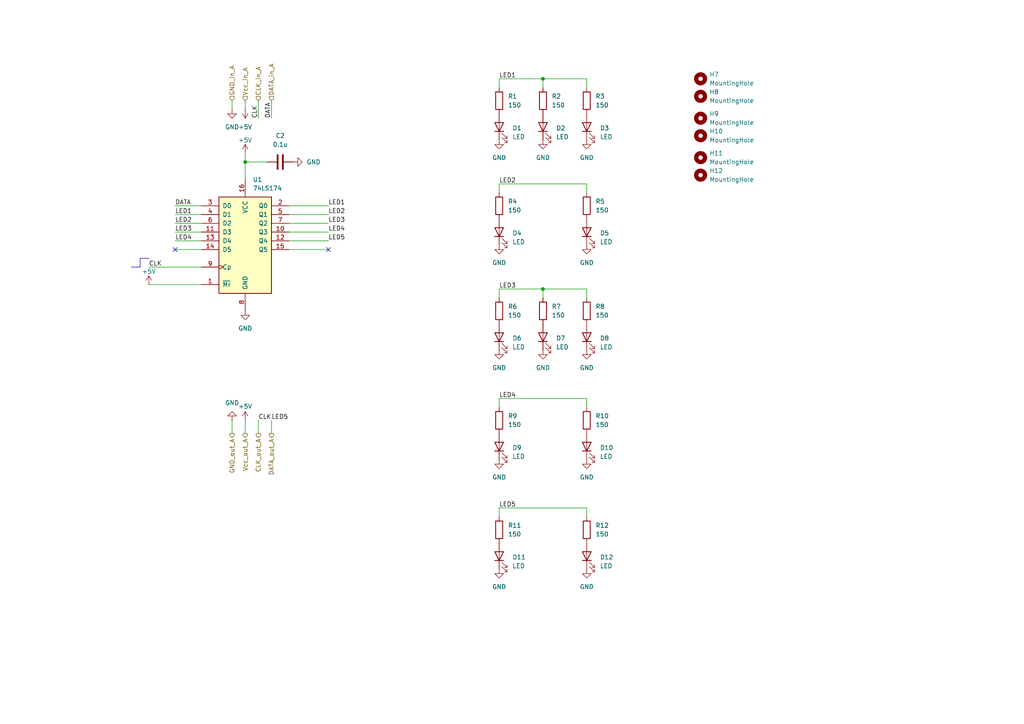
<source format=kicad_sch>
(kicad_sch (version 20231120) (generator "eeschema") (generator_version "8.0")
  (paper "A4")
  (lib_symbols
    (symbol "74xx:74LS174" (pin_names (offset 1.016))
      (property "Reference" "U" (at -7.62 13.97 0))
      (property "Value" "74LS174" (at -7.62 -16.51 0))
      (symbol "74LS174_1_0"
        (pin input line (at -12.7 -12.7 0) (length 5.08) (name "~{Mr}") (number "1"))
        (pin output line (at 12.7 2.54 180) (length 5.08) (name "Q3") (number "10"))
        (pin input line (at -12.7 2.54 0) (length 5.08) (name "D3") (number "11"))
        (pin output line (at 12.7 0 180) (length 5.08) (name "Q4") (number "12"))
        (pin input line (at -12.7 0 0) (length 5.08) (name "D4") (number "13"))
        (pin input line (at -12.7 -2.54 0) (length 5.08) (name "D5") (number "14"))
        (pin output line (at 12.7 -2.54 180) (length 5.08) (name "Q5") (number "15"))
        (pin power_in line (at 0 17.78 270) (length 5.08) (name "VCC") (number "16"))
        (pin output line (at 12.7 10.16 180) (length 5.08) (name "Q0") (number "2"))
        (pin input line (at -12.7 10.16 0) (length 5.08) (name "D0") (number "3"))
        (pin input line (at -12.7 7.62 0) (length 5.08) (name "D1") (number "4"))
        (pin output line (at 12.7 7.62 180) (length 5.08) (name "Q1") (number "5"))
        (pin input line (at -12.7 5.08 0) (length 5.08) (name "D2") (number "6"))
        (pin output line (at 12.7 5.08 180) (length 5.08) (name "Q2") (number "7"))
        (pin power_in line (at 0 -20.32 90) (length 5.08) (name "GND") (number "8"))
        (pin input clock (at -12.7 -7.62 0) (length 5.08) (name "Cp") (number "9"))
      )
      (symbol "74LS174_1_1"
        (rectangle (start -7.62 12.7) (end 7.62 -15.24) (stroke (width 0.254)) (fill (type background)))
      )
    )
    (symbol "Device:C" (pin_numbers hide) (pin_names (offset 0.254))
      (property "Reference" "C" (at 0.635 2.54 0))
      (property "Value" "C" (at 0.635 -2.54 0))
      (symbol "C_0_1"
        (polyline (pts (xy -2.032 -0.762) (xy 2.032 -0.762)) (stroke (width 0.508)))
        (polyline (pts (xy -2.032 0.762) (xy 2.032 0.762)) (stroke (width 0.508)))
      )
      (symbol "C_1_1"
        (pin passive line (at 0 3.81 270) (length 2.794) (name "~") (number "1"))
        (pin passive line (at 0 -3.81 90) (length 2.794) (name "~") (number "2"))
      )
    )
    (symbol "Device:LED" (pin_numbers hide) (pin_names (offset 1.016) hide)
      (property "Reference" "D" (at 0 2.54 0))
      (property "Value" "LED" (at 0 -2.54 0))
      (symbol "LED_0_1"
        (polyline (pts (xy -1.27 -1.27) (xy -1.27 1.27)) (stroke (width 0.254)))
        (polyline (pts (xy -1.27 0) (xy 1.27 0)))
        (polyline (pts (xy 1.27 -1.27) (xy 1.27 1.27) (xy -1.27 0) (xy 1.27 -1.27)) (stroke (width 0.254)))
        (polyline (pts (xy -3.048 -0.762) (xy -4.572 -2.286) (xy -3.81 -2.286) (xy -4.572 -2.286) (xy -4.572 -1.524)))
        (polyline (pts (xy -1.778 -0.762) (xy -3.302 -2.286) (xy -2.54 -2.286) (xy -3.302 -2.286) (xy -3.302 -1.524)))
      )
      (symbol "LED_1_1"
        (pin passive line (at -3.81 0 0) (length 2.54) (name "K") (number "1"))
        (pin passive line (at 3.81 0 180) (length 2.54) (name "A") (number "2"))
      )
    )
    (symbol "Device:R" (pin_numbers hide) (pin_names (offset 0))
      (property "Reference" "R" (at 2.032 0 90))
      (property "Value" "R" (at 0 0 90))
      (symbol "R_0_1"
        (rectangle (start -1.016 -2.54) (end 1.016 2.54) (stroke (width 0.254)))
      )
      (symbol "R_1_1"
        (pin passive line (at 0 3.81 270) (length 1.27) (name "~") (number "1"))
        (pin passive line (at 0 -3.81 90) (length 1.27) (name "~") (number "2"))
      )
    )
    (symbol "Mechanical:MountingHole" (pin_names (offset 1.016)) (exclude_from_sim yes) (in_bom no)
      (property "Reference" "H" (at 0 5.08 0))
      (property "Value" "MountingHole" (at 0 3.175 0))
      (symbol "MountingHole_0_1"
        (circle (center 0 0) (radius 1.27) (stroke (width 1.27)))
      )
    )
    (symbol "power:+5V" (power) (pin_numbers hide) (pin_names (offset 0) hide)
      (property "Value" "+5V" (at 0 3.556 0))
      (symbol "+5V_0_1"
        (polyline (pts (xy -0.762 1.27) (xy 0 2.54)))
        (polyline (pts (xy 0 0) (xy 0 2.54)))
        (polyline (pts (xy 0 2.54) (xy 0.762 1.27)))
      )
      (symbol "+5V_1_1"
        (pin power_in line (at 0 0 90) (length 0) (name "~") (number "1"))
      )
    )
    (symbol "power:GND" (power) (pin_numbers hide) (pin_names (offset 0) hide)
      (property "Value" "GND" (at 0 -3.81 0))
      (symbol "GND_0_1"
        (polyline (pts (xy 0 0) (xy 0 -1.27) (xy 1.27 -1.27) (xy 0 -2.54) (xy -1.27 -1.27) (xy 0 -1.27)))
      )
      (symbol "GND_1_1"
        (pin power_in line (at 0 0 270) (length 0) (name "~") (number "1"))
      )
    )
  )
  (junction (at 157.48 22.86))
  (junction (at 71.12 46.99))
  (junction (at 157.48 83.82))
  (no_connect (at 50.8 72.39))
  (no_connect (at 95.25 72.39))
  (wire (pts (xy 67.31 121.92) (xy 67.31 125.73)))
  (wire (pts (xy 50.8 72.39) (xy 58.42 72.39)))
  (wire (pts (xy 50.8 69.85) (xy 58.42 69.85)))
  (wire (pts (xy 78.74 29.21) (xy 78.74 34.29)))
  (wire (pts (xy 144.78 147.32) (xy 170.18 147.32)))
  (wire (pts (xy 83.82 67.31) (xy 95.25 67.31)))
  (wire (pts (xy 67.31 29.21) (xy 67.31 31.75)))
  (wire (pts (xy 74.93 29.21) (xy 74.93 34.29)))
  (wire (pts (xy 43.18 82.55) (xy 58.42 82.55)))
  (wire (pts (xy 50.8 59.69) (xy 58.42 59.69)))
  (polyline (pts (xy 40.64 77.47) (xy 40.64 74.93)))
  (wire (pts (xy 144.78 22.86) (xy 157.48 22.86)))
  (wire (pts (xy 83.82 69.85) (xy 95.25 69.85)))
  (wire (pts (xy 144.78 53.34) (xy 170.18 53.34)))
  (wire (pts (xy 50.8 67.31) (xy 58.42 67.31)))
  (polyline (pts (xy 40.64 74.93) (xy 43.18 74.93)))
  (polyline (pts (xy 38.1 77.47) (xy 40.64 77.47)))
  (wire (pts (xy 74.93 121.92) (xy 74.93 125.73)))
  (wire (pts (xy 170.18 53.34) (xy 170.18 55.88)))
  (wire (pts (xy 157.48 22.86) (xy 157.48 25.4)))
  (wire (pts (xy 144.78 115.57) (xy 170.18 115.57)))
  (wire (pts (xy 71.12 29.21) (xy 71.12 31.75)))
  (wire (pts (xy 144.78 115.57) (xy 144.78 118.11)))
  (wire (pts (xy 71.12 44.45) (xy 71.12 46.99)))
  (wire (pts (xy 170.18 83.82) (xy 170.18 86.36)))
  (wire (pts (xy 50.8 64.77) (xy 58.42 64.77)))
  (wire (pts (xy 77.47 46.99) (xy 71.12 46.99)))
  (wire (pts (xy 78.74 121.92) (xy 78.74 125.73)))
  (wire (pts (xy 83.82 59.69) (xy 95.25 59.69)))
  (wire (pts (xy 71.12 121.92) (xy 71.12 125.73)))
  (wire (pts (xy 157.48 83.82) (xy 157.48 86.36)))
  (wire (pts (xy 83.82 72.39) (xy 95.25 72.39)))
  (wire (pts (xy 43.18 77.47) (xy 58.42 77.47)))
  (wire (pts (xy 83.82 62.23) (xy 95.25 62.23)))
  (wire (pts (xy 170.18 147.32) (xy 170.18 149.86)))
  (wire (pts (xy 157.48 22.86) (xy 170.18 22.86)))
  (wire (pts (xy 144.78 83.82) (xy 144.78 86.36)))
  (wire (pts (xy 71.12 46.99) (xy 71.12 52.07)))
  (wire (pts (xy 83.82 64.77) (xy 95.25 64.77)))
  (wire (pts (xy 144.78 22.86) (xy 144.78 25.4)))
  (wire (pts (xy 170.18 115.57) (xy 170.18 118.11)))
  (wire (pts (xy 170.18 22.86) (xy 170.18 25.4)))
  (wire (pts (xy 50.8 62.23) (xy 58.42 62.23)))
  (wire (pts (xy 144.78 83.82) (xy 157.48 83.82)))
  (wire (pts (xy 144.78 53.34) (xy 144.78 55.88)))
  (wire (pts (xy 157.48 83.82) (xy 170.18 83.82)))
  (wire (pts (xy 144.78 147.32) (xy 144.78 149.86)))
  (label "LED3" (at 95.25 64.77 0))
  (label "LED1" (at 144.78 22.86 0))
  (label "LED5" (at 95.25 69.85 0))
  (label "LED1" (at 50.8 62.23 0))
  (label "DATA" (at 78.74 34.29 90))
  (label "CLK" (at 74.93 121.92 0))
  (label "LED2" (at 50.8 64.77 0))
  (label "LED4" (at 50.8 69.85 0))
  (label "LED2" (at 95.25 62.23 0))
  (label "CLK" (at 43.18 77.47 0))
  (label "LED4" (at 144.78 115.57 0))
  (label "LED2" (at 144.78 53.34 0))
  (label "LED5" (at 78.74 121.92 0))
  (label "LED3" (at 144.78 83.82 0))
  (label "LED1" (at 95.25 59.69 0))
  (label "LED5" (at 144.78 147.32 0))
  (label "DATA" (at 50.8 59.69 0))
  (label "LED3" (at 50.8 67.31 0))
  (label "CLK" (at 74.93 34.29 90))
  (label "LED4" (at 95.25 67.31 0))
  (hierarchical_label "GND_out_A" (shape output) (at 67.31 125.73 270))
  (hierarchical_label "DATA_in_A" (shape input) (at 78.74 29.21 90))
  (hierarchical_label "DATA_out_A" (shape output) (at 78.74 125.73 270))
  (hierarchical_label "Vcc_out_A" (shape output) (at 71.12 125.73 270))
  (hierarchical_label "CLK_in_A" (shape input) (at 74.93 29.21 90))
  (hierarchical_label "CLK_out_A" (shape output) (at 74.93 125.73 270))
  (hierarchical_label "GND_in_A" (shape input) (at 67.31 29.21 90))
  (hierarchical_label "Vcc_in_A" (shape input) (at 71.12 29.21 90))
  (symbol (lib_id "power:GND") (at 144.78 40.64 0) (unit 1)
    (property "Reference" "#PWR011" (effects (hide yes)))
    (property "Value" "GND" (at 144.78 45.72 0))
    (property "Description" "Power symbol creates a global label with name \"GND\" , ground" (effects (hide yes)))
  )
  (symbol (lib_id "power:GND") (at 67.31 121.92 180) (unit 1)
    (property "Reference" "#PWR010" (effects (hide yes)))
    (property "Value" "GND" (at 67.31 116.84 0))
    (property "Description" "Power symbol creates a global label with name \"GND\" , ground" (effects (hide yes)))
  )
  (symbol (lib_id "power:GND") (at 144.78 133.35 0) (unit 1)
    (property "Reference" "#PWR019" (effects (hide yes)))
    (property "Value" "GND" (at 144.78 138.43 0))
    (property "Description" "Power symbol creates a global label with name \"GND\" , ground" (effects (hide yes)))
  )
  (symbol (lib_id "power:GND") (at 144.78 71.12 0) (unit 1)
    (property "Reference" "#PWR014" (effects (hide yes)))
    (property "Value" "GND" (at 144.78 76.2 0))
    (property "Description" "Power symbol creates a global label with name \"GND\" , ground" (effects (hide yes)))
  )
  (symbol (lib_id "Device:R") (at 170.18 59.69 0) (unit 1)
    (property "Reference" "R5" (at 172.72 58.4199 0) (effects (justify left)))
    (property "Value" "150" (at 172.72 60.9599 0) (effects (justify left)))
    (property "Footprint" "Resistor_SMD:R_0603_1608Metric" (effects (hide yes)))
    (property "Description" "Resistor" (effects (hide yes)))
  )
  (symbol (lib_id "Device:R") (at 144.78 29.21 0) (unit 1)
    (property "Reference" "R1" (at 147.32 27.9399 0) (effects (justify left)))
    (property "Value" "150" (at 147.32 30.4799 0) (effects (justify left)))
    (property "Footprint" "Resistor_SMD:R_0603_1608Metric" (effects (hide yes)))
    (property "Description" "Resistor" (effects (hide yes)))
  )
  (symbol (lib_id "Mechanical:MountingHole") (at 203.2 50.8 0) (unit 1) (exclude_from_sim yes) (in_bom no)
    (property "Reference" "H12" (at 205.74 49.5299 0) (effects (justify left)))
    (property "Value" "MountingHole" (at 205.74 52.0699 0) (effects (justify left)))
    (property "Footprint" "MountingHole:MountingHole_5.3mm_M5_DIN965_Pad" (effects (hide yes)))
    (property "Description" "Mounting Hole without connection" (effects (hide yes)))
  )
  (symbol (lib_id "Device:LED") (at 144.78 36.83 90) (unit 1)
    (property "Reference" "D1" (at 148.59 37.1474 90) (effects (justify right)))
    (property "Value" "LED" (at 148.59 39.6874 90) (effects (justify right)))
    (property "Footprint" "LED_THT:LED_D5.0mm" (effects (hide yes)))
    (property "Description" "Light emitting diode" (effects (hide yes)))
  )
  (symbol (lib_id "power:GND") (at 170.18 40.64 0) (unit 1)
    (property "Reference" "#PWR013" (effects (hide yes)))
    (property "Value" "GND" (at 170.18 45.72 0))
    (property "Description" "Power symbol creates a global label with name \"GND\" , ground" (effects (hide yes)))
  )
  (symbol (lib_id "Device:LED") (at 170.18 97.79 90) (unit 1)
    (property "Reference" "D8" (at 173.99 98.1074 90) (effects (justify right)))
    (property "Value" "LED" (at 173.99 100.6474 90) (effects (justify right)))
    (property "Footprint" "LED_THT:LED_D5.0mm" (effects (hide yes)))
    (property "Description" "Light emitting diode" (effects (hide yes)))
  )
  (symbol (lib_id "power:GND") (at 170.18 101.6 0) (unit 1)
    (property "Reference" "#PWR018" (effects (hide yes)))
    (property "Value" "GND" (at 170.18 106.68 0))
    (property "Description" "Power symbol creates a global label with name \"GND\" , ground" (effects (hide yes)))
  )
  (symbol (lib_id "Device:R") (at 170.18 29.21 0) (unit 1)
    (property "Reference" "R3" (at 172.72 27.9399 0) (effects (justify left)))
    (property "Value" "150" (at 172.72 30.4799 0) (effects (justify left)))
    (property "Footprint" "Resistor_SMD:R_0603_1608Metric" (effects (hide yes)))
    (property "Description" "Resistor" (effects (hide yes)))
  )
  (symbol (lib_id "power:GND") (at 144.78 165.1 0) (unit 1)
    (property "Reference" "#PWR021" (effects (hide yes)))
    (property "Value" "GND" (at 144.78 170.18 0))
    (property "Description" "Power symbol creates a global label with name \"GND\" , ground" (effects (hide yes)))
  )
  (symbol (lib_id "Device:R") (at 144.78 59.69 0) (unit 1)
    (property "Reference" "R4" (at 147.32 58.4199 0) (effects (justify left)))
    (property "Value" "150" (at 147.32 60.9599 0) (effects (justify left)))
    (property "Footprint" "Resistor_SMD:R_0603_1608Metric" (effects (hide yes)))
    (property "Description" "Resistor" (effects (hide yes)))
  )
  (symbol (lib_id "power:GND") (at 67.31 31.75 0) (unit 1)
    (property "Reference" "#PWR02" (effects (hide yes)))
    (property "Value" "GND" (at 67.31 36.83 0))
    (property "Description" "Power symbol creates a global label with name \"GND\" , ground" (effects (hide yes)))
  )
  (symbol (lib_id "Mechanical:MountingHole") (at 203.2 39.37 0) (unit 1) (exclude_from_sim yes) (in_bom no)
    (property "Reference" "H10" (at 205.74 38.0999 0) (effects (justify left)))
    (property "Value" "MountingHole" (at 205.74 40.6399 0) (effects (justify left)))
    (property "Footprint" "MountingHole:MountingHole_5.3mm_M5_DIN965_Pad" (effects (hide yes)))
    (property "Description" "Mounting Hole without connection" (effects (hide yes)))
  )
  (symbol (lib_id "Device:R") (at 170.18 121.92 0) (unit 1)
    (property "Reference" "R10" (at 172.72 120.6499 0) (effects (justify left)))
    (property "Value" "150" (at 172.72 123.1899 0) (effects (justify left)))
    (property "Footprint" "Resistor_SMD:R_0603_1608Metric" (effects (hide yes)))
    (property "Description" "Resistor" (effects (hide yes)))
  )
  (symbol (lib_id "Mechanical:MountingHole") (at 203.2 27.94 0) (unit 1) (exclude_from_sim yes) (in_bom no)
    (property "Reference" "H8" (at 205.74 26.6699 0) (effects (justify left)))
    (property "Value" "MountingHole" (at 205.74 29.2099 0) (effects (justify left)))
    (property "Footprint" "MountingHole:MountingHole_5.3mm_M5_DIN965_Pad" (effects (hide yes)))
    (property "Description" "Mounting Hole without connection" (effects (hide yes)))
  )
  (symbol (lib_id "Device:LED") (at 144.78 161.29 90) (unit 1)
    (property "Reference" "D11" (at 148.59 161.6074 90) (effects (justify right)))
    (property "Value" "LED" (at 148.59 164.1474 90) (effects (justify right)))
    (property "Footprint" "LED_THT:LED_D5.0mm" (effects (hide yes)))
    (property "Description" "Light emitting diode" (effects (hide yes)))
  )
  (symbol (lib_id "Device:R") (at 144.78 153.67 0) (unit 1)
    (property "Reference" "R11" (at 147.32 152.3999 0) (effects (justify left)))
    (property "Value" "150" (at 147.32 154.9399 0) (effects (justify left)))
    (property "Footprint" "Resistor_SMD:R_0603_1608Metric" (effects (hide yes)))
    (property "Description" "Resistor" (effects (hide yes)))
  )
  (symbol (lib_id "Device:C") (at 81.28 46.99 90) (unit 1)
    (property "Reference" "C2" (at 81.28 39.37 90))
    (property "Value" "0.1u" (at 81.28 41.91 90))
    (property "Footprint" "Capacitor_SMD:C_0603_1608Metric" (effects (hide yes)))
    (property "Description" "Unpolarized capacitor" (effects (hide yes)))
  )
  (symbol (lib_id "Device:LED") (at 157.48 97.79 90) (unit 1)
    (property "Reference" "D7" (at 161.29 98.1074 90) (effects (justify right)))
    (property "Value" "LED" (at 161.29 100.6474 90) (effects (justify right)))
    (property "Footprint" "LED_THT:LED_D5.0mm" (effects (hide yes)))
    (property "Description" "Light emitting diode" (effects (hide yes)))
  )
  (symbol (lib_id "Mechanical:MountingHole") (at 203.2 22.86 0) (unit 1) (exclude_from_sim yes) (in_bom no)
    (property "Reference" "H7" (at 205.74 21.5899 0) (effects (justify left)))
    (property "Value" "MountingHole" (at 205.74 24.1299 0) (effects (justify left)))
    (property "Footprint" "MountingHole:MountingHole_5.3mm_M5_DIN965_Pad" (effects (hide yes)))
    (property "Description" "Mounting Hole without connection" (effects (hide yes)))
  )
  (symbol (lib_id "Device:R") (at 157.48 29.21 0) (unit 1)
    (property "Reference" "R2" (at 160.02 27.9399 0) (effects (justify left)))
    (property "Value" "150" (at 160.02 30.4799 0) (effects (justify left)))
    (property "Footprint" "Resistor_SMD:R_0603_1608Metric" (effects (hide yes)))
    (property "Description" "Resistor" (effects (hide yes)))
  )
  (symbol (lib_id "Device:R") (at 144.78 90.17 0) (unit 1)
    (property "Reference" "R6" (at 147.32 88.8999 0) (effects (justify left)))
    (property "Value" "150" (at 147.32 91.4399 0) (effects (justify left)))
    (property "Footprint" "Resistor_SMD:R_0603_1608Metric" (effects (hide yes)))
    (property "Description" "Resistor" (effects (hide yes)))
  )
  (symbol (lib_id "power:+5V") (at 71.12 31.75 180) (unit 1)
    (property "Reference" "#PWR01" (effects (hide yes)))
    (property "Value" "+5V" (at 71.12 36.83 0))
    (property "Description" "Power symbol creates a global label with name \"+5V\"" (effects (hide yes)))
  )
  (symbol (lib_id "Device:LED") (at 144.78 97.79 90) (unit 1)
    (property "Reference" "D6" (at 148.59 98.1074 90) (effects (justify right)))
    (property "Value" "LED" (at 148.59 100.6474 90) (effects (justify right)))
    (property "Footprint" "LED_THT:LED_D5.0mm" (effects (hide yes)))
    (property "Description" "Light emitting diode" (effects (hide yes)))
  )
  (symbol (lib_id "Mechanical:MountingHole") (at 203.2 34.29 0) (unit 1) (exclude_from_sim yes) (in_bom no)
    (property "Reference" "H9" (at 205.74 33.0199 0) (effects (justify left)))
    (property "Value" "MountingHole" (at 205.74 35.5599 0) (effects (justify left)))
    (property "Footprint" "MountingHole:MountingHole_5.3mm_M5_DIN965_Pad" (effects (hide yes)))
    (property "Description" "Mounting Hole without connection" (effects (hide yes)))
  )
  (symbol (lib_id "power:GND") (at 144.78 101.6 0) (unit 1)
    (property "Reference" "#PWR016" (effects (hide yes)))
    (property "Value" "GND" (at 144.78 106.68 0))
    (property "Description" "Power symbol creates a global label with name \"GND\" , ground" (effects (hide yes)))
  )
  (symbol (lib_id "Device:LED") (at 170.18 67.31 90) (unit 1)
    (property "Reference" "D5" (at 173.99 67.6274 90) (effects (justify right)))
    (property "Value" "LED" (at 173.99 70.1674 90) (effects (justify right)))
    (property "Footprint" "LED_THT:LED_D5.0mm" (effects (hide yes)))
    (property "Description" "Light emitting diode" (effects (hide yes)))
  )
  (symbol (lib_id "Device:LED") (at 144.78 67.31 90) (unit 1)
    (property "Reference" "D4" (at 148.59 67.6274 90) (effects (justify right)))
    (property "Value" "LED" (at 148.59 70.1674 90) (effects (justify right)))
    (property "Footprint" "LED_THT:LED_D5.0mm" (effects (hide yes)))
    (property "Description" "Light emitting diode" (effects (hide yes)))
  )
  (symbol (lib_id "power:GND") (at 170.18 71.12 0) (unit 1)
    (property "Reference" "#PWR015" (effects (hide yes)))
    (property "Value" "GND" (at 170.18 76.2 0))
    (property "Description" "Power symbol creates a global label with name \"GND\" , ground" (effects (hide yes)))
  )
  (symbol (lib_id "power:GND") (at 71.12 90.17 0) (unit 1)
    (property "Reference" "#PWR05" (effects (hide yes)))
    (property "Value" "GND" (at 71.12 95.25 0))
    (property "Description" "Power symbol creates a global label with name \"GND\" , ground" (effects (hide yes)))
  )
  (symbol (lib_id "74xx:74LS174") (at 71.12 69.85 0) (unit 1)
    (property "Reference" "U1" (at 73.3141 52.07 0) (effects (justify left)))
    (property "Value" "74LS174" (at 73.3141 54.61 0) (effects (justify left)))
    (property "Footprint" "Package_DIP:DIP-16_W7.62mm" (effects (hide yes)))
    (property "Datasheet" "http://www.ti.com/lit/gpn/sn74LS174" (effects (hide yes)))
    (property "Description" "Hex D-type Flip-Flop, reset" (effects (hide yes)))
  )
  (symbol (lib_id "Device:LED") (at 170.18 129.54 90) (unit 1)
    (property "Reference" "D10" (at 173.99 129.8574 90) (effects (justify right)))
    (property "Value" "LED" (at 173.99 132.3974 90) (effects (justify right)))
    (property "Footprint" "LED_THT:LED_D5.0mm" (effects (hide yes)))
    (property "Description" "Light emitting diode" (effects (hide yes)))
  )
  (symbol (lib_id "power:GND") (at 85.09 46.99 90) (unit 1)
    (property "Reference" "#PWR068" (effects (hide yes)))
    (property "Value" "GND" (at 88.9 46.9899 90) (effects (justify right)))
    (property "Description" "Power symbol creates a global label with name \"GND\" , ground" (effects (hide yes)))
  )
  (symbol (lib_id "Device:R") (at 170.18 153.67 0) (unit 1)
    (property "Reference" "R12" (at 172.72 152.3999 0) (effects (justify left)))
    (property "Value" "150" (at 172.72 154.9399 0) (effects (justify left)))
    (property "Footprint" "Resistor_SMD:R_0603_1608Metric" (effects (hide yes)))
    (property "Description" "Resistor" (effects (hide yes)))
  )
  (symbol (lib_id "power:+5V") (at 43.18 82.55 0) (unit 1)
    (property "Reference" "#PWR03" (effects (hide yes)))
    (property "Value" "+5V" (at 43.18 78.74 0))
    (property "Description" "Power symbol creates a global label with name \"+5V\"" (effects (hide yes)))
  )
  (symbol (lib_id "Mechanical:MountingHole") (at 203.2 45.72 0) (unit 1) (exclude_from_sim yes) (in_bom no)
    (property "Reference" "H11" (at 205.74 44.4499 0) (effects (justify left)))
    (property "Value" "MountingHole" (at 205.74 46.9899 0) (effects (justify left)))
    (property "Footprint" "MountingHole:MountingHole_5.3mm_M5_DIN965_Pad" (effects (hide yes)))
    (property "Description" "Mounting Hole without connection" (effects (hide yes)))
  )
  (symbol (lib_id "power:GND") (at 157.48 101.6 0) (unit 1)
    (property "Reference" "#PWR017" (effects (hide yes)))
    (property "Value" "GND" (at 157.48 106.68 0))
    (property "Description" "Power symbol creates a global label with name \"GND\" , ground" (effects (hide yes)))
  )
  (symbol (lib_id "Device:LED") (at 170.18 161.29 90) (unit 1)
    (property "Reference" "D12" (at 173.99 161.6074 90) (effects (justify right)))
    (property "Value" "LED" (at 173.99 164.1474 90) (effects (justify right)))
    (property "Footprint" "LED_THT:LED_D5.0mm" (effects (hide yes)))
    (property "Description" "Light emitting diode" (effects (hide yes)))
  )
  (symbol (lib_id "power:+5V") (at 71.12 121.92 0) (unit 1)
    (property "Reference" "#PWR09" (effects (hide yes)))
    (property "Value" "+5V" (at 71.12 117.856 0))
    (property "Description" "Power symbol creates a global label with name \"+5V\"" (effects (hide yes)))
  )
  (symbol (lib_id "power:GND") (at 157.48 40.64 0) (unit 1)
    (property "Reference" "#PWR012" (effects (hide yes)))
    (property "Value" "GND" (at 157.48 45.72 0))
    (property "Description" "Power symbol creates a global label with name \"GND\" , ground" (effects (hide yes)))
  )
  (symbol (lib_id "power:GND") (at 170.18 133.35 0) (unit 1)
    (property "Reference" "#PWR020" (effects (hide yes)))
    (property "Value" "GND" (at 170.18 138.43 0))
    (property "Description" "Power symbol creates a global label with name \"GND\" , ground" (effects (hide yes)))
  )
  (symbol (lib_id "Device:LED") (at 157.48 36.83 90) (unit 1)
    (property "Reference" "D2" (at 161.29 37.1474 90) (effects (justify right)))
    (property "Value" "LED" (at 161.29 39.6874 90) (effects (justify right)))
    (property "Footprint" "LED_THT:LED_D5.0mm" (effects (hide yes)))
    (property "Description" "Light emitting diode" (effects (hide yes)))
  )
  (symbol (lib_id "Device:LED") (at 144.78 129.54 90) (unit 1)
    (property "Reference" "D9" (at 148.59 129.8574 90) (effects (justify right)))
    (property "Value" "LED" (at 148.59 132.3974 90) (effects (justify right)))
    (property "Footprint" "LED_THT:LED_D5.0mm" (effects (hide yes)))
    (property "Description" "Light emitting diode" (effects (hide yes)))
  )
  (symbol (lib_id "Device:LED") (at 170.18 36.83 90) (unit 1)
    (property "Reference" "D3" (at 173.99 37.1474 90) (effects (justify right)))
    (property "Value" "LED" (at 173.99 39.6874 90) (effects (justify right)))
    (property "Footprint" "LED_THT:LED_D5.0mm" (effects (hide yes)))
    (property "Description" "Light emitting diode" (effects (hide yes)))
  )
  (symbol (lib_id "power:GND") (at 170.18 165.1 0) (unit 1)
    (property "Reference" "#PWR022" (effects (hide yes)))
    (property "Value" "GND" (at 170.18 170.18 0))
    (property "Description" "Power symbol creates a global label with name \"GND\" , ground" (effects (hide yes)))
  )
  (symbol (lib_id "power:+5V") (at 71.12 44.45 0) (unit 1)
    (property "Reference" "#PWR04" (effects (hide yes)))
    (property "Value" "+5V" (at 71.12 40.64 0))
    (property "Description" "Power symbol creates a global label with name \"+5V\"" (effects (hide yes)))
  )
  (symbol (lib_id "Device:R") (at 144.78 121.92 0) (unit 1)
    (property "Reference" "R9" (at 147.32 120.6499 0) (effects (justify left)))
    (property "Value" "150" (at 147.32 123.1899 0) (effects (justify left)))
    (property "Footprint" "Resistor_SMD:R_0603_1608Metric" (effects (hide yes)))
    (property "Description" "Resistor" (effects (hide yes)))
  )
  (symbol (lib_id "Device:R") (at 170.18 90.17 0) (unit 1)
    (property "Reference" "R8" (at 172.72 88.8999 0) (effects (justify left)))
    (property "Value" "150" (at 172.72 91.4399 0) (effects (justify left)))
    (property "Footprint" "Resistor_SMD:R_0603_1608Metric" (effects (hide yes)))
    (property "Description" "Resistor" (effects (hide yes)))
  )
  (symbol (lib_id "Device:R") (at 157.48 90.17 0) (unit 1)
    (property "Reference" "R7" (at 160.02 88.8999 0) (effects (justify left)))
    (property "Value" "150" (at 160.02 91.4399 0) (effects (justify left)))
    (property "Footprint" "Resistor_SMD:R_0603_1608Metric" (effects (hide yes)))
    (property "Description" "Resistor" (effects (hide yes)))
  )
)
</source>
